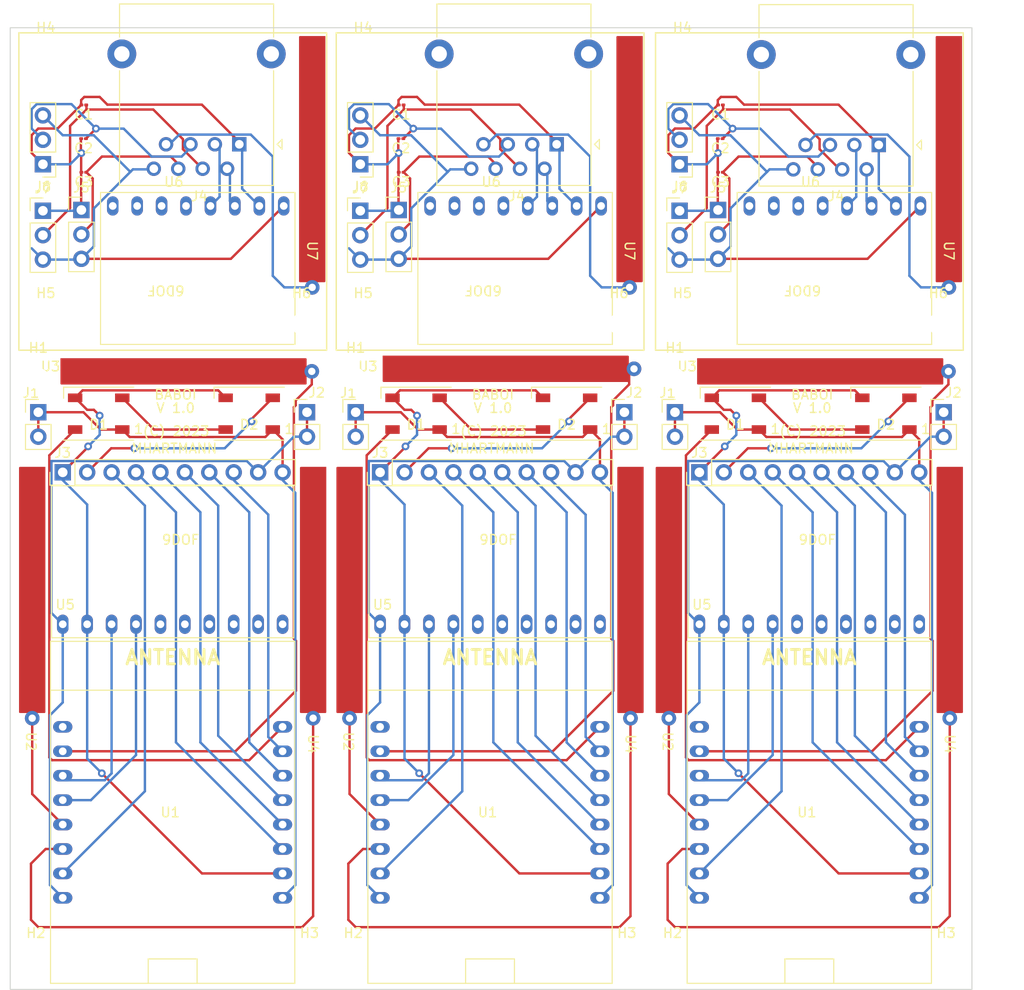
<source format=kicad_pcb>
(kicad_pcb (version 20221018) (generator pcbnew)
  (layers (0 "F.Cu" signal) (31 "B.Cu" signal) (34 "B.Paste" user) (35 "F.Paste" user) (36 "B.SilkS" user "B.Silkscreen") (37 "F.SilkS" user "F.Silkscreen") (38 "B.Mask" user) (39 "F.Mask" user) (44 "Edge.Cuts" user))
  (net 0 "")
  (net 1 "/VBUS")
  (net 2 "Net-(D1-DOUT)")
  (net 3 "Net-(D1-DIN)")
  (net 4 "Net-(J2-Pin_1)")
  (net 5 "GND1")
  (net 6 "Net-(J3-Pin_3)")
  (net 7 "Net-(J3-Pin_4)")
  (net 8 "Net-(J3-Pin_5)")
  (net 9 "Net-(J3-Pin_6)")
  (net 10 "Net-(J3-Pin_7)")
  (net 11 "Net-(J3-Pin_8)")
  (net 13 "Net-(U1-3)")
  (net 14 "Net-(U1-5)")
  (net 15 "Net-(U1-7)")
  (net 16 "Net-(U1-9)")
  (net 17 "Net-(U1-11)")
  (net 24 "Net-(D2-DOUT)")
  (net 25 "Net-(J7-Pin_2)")
  (net 26 "Net-(J5-Pin_1)")
  (net 27 "Net-(J6-Pin_2)")
  (net 28 "Net-(J5-Pin_2)")
  (net 29 "Net-(U6-SCL)")
  (net 30 "Net-(U6-SDA)")
  (net 31 "Net-(U7-DOUT)")
  (net 32 "Net-(J5-Pin_3)")
  (footprint "Capacitor_SMD:C_01005_0402Metric" (layer "F.Cu") (at 163.825 36.534 180)
    (fp_text reference "C2")
    (fp_text value "100nF")
  )
  (footprint "MountingHole:MountingHole_2.2mm_M2" (layer "F.Cu") (at 92.666 122.336)
    (fp_text reference "H2")
    (fp_text value "MountingHole" hide)
  )
  (footprint "midi_arm:TOUCH_BAR" (layer "F.Cu") (at 125.285 104.4175 -90)
    (fp_text reference "U2")
    (fp_text value "~")
  )
  (footprint "Connector_PinHeader_2.54mm:PinHeader_1x02_P2.54mm_Vertical" (layer "F.Cu") (at 120.86 64.984)
    (fp_text reference "J2")
    (fp_text value "Conn_01x02_Pin" hide)
  )
  (footprint "Connector_PinHeader_2.54mm:PinHeader_1x02_P2.54mm_Vertical" (layer "F.Cu") (at 187.06 64.984)
    (fp_text reference "J2")
    (fp_text value "Conn_01x02_Pin" hide)
  )
  (footprint "LED_SMD:LED_WS2812B_PLCC4_5.0x5.0mm_P3.2mm" (layer "F.Cu") (at 165.4 65.134 180)
    (fp_text reference "D1")
    (fp_text value "WS2812B")
  )
  (footprint "MountingHole:MountingHole_2.2mm_M2" (layer "F.Cu") (at 159.9 55.8)
    (fp_text reference "H5")
    (fp_text value "MountingHole" hide)
  )
  (footprint "Capacitor_SMD:C_01005_0402Metric" (layer "F.Cu") (at 163.85 33.034 180)
    (fp_text reference "C1")
    (fp_text value "100nF")
  )
  (footprint "MountingHole:MountingHole_2.2mm_M2" (layer "F.Cu") (at 120.3 55.8)
    (fp_text reference "H6")
    (fp_text value "MountingHole" hide)
  )
  (footprint "midi_arm:TOUCH_BAR" (layer "F.Cu") (at 162.4815 60.469)
    (fp_text reference "U3")
    (fp_text value "~")
  )
  (footprint "Connector_PinHeader_2.54mm:PinHeader_1x03_P2.54mm_Vertical" (layer "F.Cu") (at 126.4 44.034)
    (fp_text reference "J7")
    (fp_text value "Conn_01x03_Pin" hide)
  )
  (footprint "Connector_RJ:RJ45_Ninigi_GE" (layer "F.Cu") (at 113.82 37.124 180)
    (fp_text reference "J4")
    (fp_text value "RJ45" hide)
  )
  (footprint "midi_arm:9250_MOD" (layer "F.Cu") (at 106.89 87.03)
    (fp_text reference "U5")
    (fp_text value "~")
  )
  (footprint "midi_arm:TOUCH_BAR" (layer "F.Cu") (at 128.9765 60.734)
    (fp_text reference "U3")
    (fp_text value "~")
  )
  (footprint "Connector_PinHeader_2.54mm:PinHeader_1x02_P2.54mm_Vertical" (layer "F.Cu") (at 159.12 64.984)
    (fp_text reference "J1")
    (fp_text value "Conn_01x02_Pin" hide)
  )
  (footprint "Connector_PinHeader_2.54mm:PinHeader_1x03_P2.54mm_Vertical" (layer "F.Cu") (at 93.4 39.2 180)
    (fp_text reference "J6")
    (fp_text value "Conn_01x03_Pin" hide)
  )
  (footprint "Capacitor_SMD:C_01005_0402Metric" (layer "F.Cu") (at 163.85 40.034 180)
    (fp_text reference "C3")
    (fp_text value "100nF")
  )
  (footprint "Capacitor_SMD:C_01005_0402Metric" (layer "F.Cu") (at 130.625 36.534 180)
    (fp_text reference "C2")
    (fp_text value "100nF")
  )
  (footprint "Connector_RJ:RJ45_Ninigi_GE" (layer "F.Cu") (at 146.82 37.124 180)
    (fp_text reference "J4")
    (fp_text value "RJ45" hide)
  )
  (footprint "MountingHole:MountingHole_2.2mm_M2" (layer "F.Cu") (at 125.92 61.484)
    (fp_text reference "H1")
    (fp_text value "MountingHole" hide)
  )
  (footprint "MountingHole:MountingHole_2.2mm_M2" (layer "F.Cu") (at 126.7 28.2)
    (fp_text reference "H4")
    (fp_text value "MountingHole" hide)
  )
  (footprint "MountingHole:MountingHole_2.2mm_M2" (layer "F.Cu") (at 93.7 55.8)
    (fp_text reference "H5")
    (fp_text value "MountingHole" hide)
  )
  (footprint "LED_SMD:LED_WS2812B_PLCC4_5.0x5.0mm_P3.2mm" (layer "F.Cu") (at 114.85 65.134 180)
    (fp_text reference "D2")
    (fp_text value "WS2812B")
  )
  (footprint "LED_SMD:LED_WS2812B_PLCC4_5.0x5.0mm_P3.2mm" (layer "F.Cu") (at 132.2 65.134 180)
    (fp_text reference "D1")
    (fp_text value "WS2812B")
  )
  (footprint "MountingHole:MountingHole_2.2mm_M2" (layer "F.Cu") (at 93.7 28.2)
    (fp_text reference "H4")
    (fp_text value "MountingHole" hide)
  )
  (footprint "midi_arm:Wemos_S3_Mini_Outer_Pins" (layer "F.Cu") (at 139.89 106.588 -90)
    (fp_text reference "U1")
    (fp_text value "~")
  )
  (footprint "Connector_PinHeader_2.54mm:PinHeader_1x03_P2.54mm_Vertical" (layer "F.Cu") (at 97.4 43.954)
    (fp_text reference "J5")
    (fp_text value "Conn_01x03_Pin" hide)
  )
  (footprint "MountingHole:MountingHole_2.2mm_M2" (layer "F.Cu") (at 126.7 55.8)
    (fp_text reference "H5")
    (fp_text value "MountingHole" hide)
  )
  (footprint "Connector_PinHeader_2.54mm:PinHeader_1x03_P2.54mm_Vertical" (layer "F.Cu") (at 163.6 43.954)
    (fp_text reference "J5")
    (fp_text value "Conn_01x03_Pin" hide)
  )
  (footprint "midi_arm:TOUCH_BAR" (layer "F.Cu") (at 92.285 104.4175 -90)
    (fp_text reference "U2")
    (fp_text value "~")
  )
  (footprint "midi_arm:TOUCH_BAR" (layer "F.Cu") (at 187.695 104.4175 -90)
    (fp_text reference "U4")
    (fp_text value "~")
  )
  (footprint "midi_arm:9250_MOD" (layer "F.Cu") (at 173.09 87.03)
    (fp_text reference "U5")
    (fp_text value "~")
  )
  (footprint "midi_arm:TOUCH_BAR" (layer "F.Cu") (at 121.4 59.62 -90)
    (fp_text reference "U7")
    (fp_text value "~")
  )
  (footprint "Connector_RJ:RJ45_Ninigi_GE" (layer "F.Cu") (at 180.315 37.189 180)
    (fp_text reference "J4")
    (fp_text value "RJ45" hide)
  )
  (footprint "midi_arm:TOUCH_BAR" (layer "F.Cu") (at 187.6 59.62 -90)
    (fp_text reference "U7")
    (fp_text value "~")
  )
  (footprint "midi_arm:TOUCH_BAR" (layer "F.Cu") (at 121.495 104.4175 -90)
    (fp_text reference "U4")
    (fp_text value "~")
  )
  (footprint "Connector_PinHeader_2.54mm:PinHeader_1x03_P2.54mm_Vertical" (layer "F.Cu") (at 126.4 39.2 180)
    (fp_text reference "J6")
    (fp_text value "Conn_01x03_Pin" hide)
  )
  (footprint "MountingHole:MountingHole_2.2mm_M2" (layer "F.Cu") (at 121.114 122.336)
    (fp_text reference "H3")
    (fp_text value "MountingHole" hide)
  )
  (footprint "LED_SMD:LED_WS2812B_PLCC4_5.0x5.0mm_P3.2mm" (layer "F.Cu") (at 181.05 65.134 180)
    (fp_text reference "D2")
    (fp_text value "WS2812B")
  )
  (footprint "Connector_PinHeader_2.54mm:PinHeader_1x03_P2.54mm_Vertical" (layer "F.Cu") (at 93.4 44.034)
    (fp_text reference "J7")
    (fp_text value "Conn_01x03_Pin" hide)
  )
  (footprint "Connector_PinHeader_2.54mm:PinHeader_1x02_P2.54mm_Vertical" (layer "F.Cu") (at 92.92 64.984)
    (fp_text reference "J1")
    (fp_text value "Conn_01x02_Pin" hide)
  )
  (footprint "Connector_PinHeader_2.54mm:PinHeader_1x03_P2.54mm_Vertical" (layer "F.Cu") (at 159.6 44.034)
    (fp_text reference "J7")
    (fp_text value "Conn_01x03_Pin" hide)
  )
  (footprint "midi_arm:TOUCH_BAR" (layer "F.Cu") (at 154.495 104.4175 -90)
    (fp_text reference "U4")
    (fp_text value "~")
  )
  (footprint "Capacitor_SMD:C_01005_0402Metric" (layer "F.Cu") (at 130.65 40.034 180)
    (fp_text reference "C3")
    (fp_text value "100nF")
  )
  (footprint "midi_arm:TOUCH_BAR" (layer "F.Cu") (at 154.4 59.62 -90)
    (fp_text reference "U7")
    (fp_text value "~")
  )
  (footprint "LED_SMD:LED_WS2812B_PLCC4_5.0x5.0mm_P3.2mm" (layer "F.Cu") (at 147.85 65.134 180)
    (fp_text reference "D2")
    (fp_text value "WS2812B")
  )
  (footprint "midi_arm:TOUCH_BAR" (layer "F.Cu") (at 158.485 104.4175 -90)
    (fp_text reference "U2")
    (fp_text value "~")
  )
  (footprint "MountingHole:MountingHole_2.2mm_M2" (layer "F.Cu") (at 125.666 122.336)
    (fp_text reference "H2")
    (fp_text value "MountingHole" hide)
  )
  (footprint "MountingHole:MountingHole_2.2mm_M2" (layer "F.Cu") (at 159.9 28.2)
    (fp_text reference "H4")
    (fp_text value "MountingHole" hide)
  )
  (footprint "midi_arm:6050_MOD" (layer "F.Cu") (at 107.01 43.534 180)
    (fp_text reference "U6")
    (fp_text value "6DOF_6050")
  )
  (footprint "midi_arm:Wemos_S3_Mini_Outer_Pins" (layer "F.Cu") (at 173.09 106.588 -90)
    (fp_text reference "U1")
    (fp_text value "~")
  )
  (footprint "Capacitor_SMD:C_01005_0402Metric" (layer "F.Cu") (at 97.65 40.034 180)
    (fp_text reference "C3")
    (fp_text value "100nF")
  )
  (footprint "Capacitor_SMD:C_01005_0402Metric" (layer "F.Cu") (at 97.625 36.534 180)
    (fp_text reference "C2")
    (fp_text value "100nF")
  )
  (footprint "midi_arm:6050_MOD" (layer "F.Cu") (at 173.21 43.534 180)
    (fp_text reference "U6")
    (fp_text value "6DOF_6050")
  )
  (footprint "MountingHole:MountingHole_2.2mm_M2" (layer "F.Cu") (at 187.314 122.336)
    (fp_text reference "H3")
    (fp_text value "MountingHole" hide)
  )
  (footprint "midi_arm:6050_MOD" (layer "F.Cu") (at 140.01 43.534 180)
    (fp_text reference "U6")
    (fp_text value "6DOF_6050")
  )
  (footprint "MountingHole:MountingHole_2.2mm_M2" (layer "F.Cu") (at 92.92 61.484)
    (fp_text reference "H1")
    (fp_text value "MountingHole" hide)
  )
  (footprint "Connector_PinHeader_2.54mm:PinHeader_1x10_P2.54mm_Vertical" (layer "F.Cu") (at 95.46 71.234 90)
    (fp_text reference "J3")
    (fp_text value "Conn_01x10_Pin")
  )
  (footprint "MountingHole:MountingHole_2.2mm_M2" (layer "F.Cu") (at 153.3 55.8)
    (fp_text reference "H6")
    (fp_text value "MountingHole" hide)
  )
  (footprint "Connector_PinHeader_2.54mm:PinHeader_1x02_P2.54mm_Vertical" (layer "F.Cu") (at 125.92 64.984)
    (fp_text reference "J1")
    (fp_text value "Conn_01x02_Pin" hide)
  )
  (footprint "midi_arm:9250_MOD" (layer "F.Cu") (at 139.89 87.03)
    (fp_text reference "U5")
    (fp_text value "~")
  )
  (footprint "Connector_PinHeader_2.54mm:PinHeader_1x02_P2.54mm_Vertical" (layer "F.Cu") (at 153.86 64.984)
    (fp_text reference "J2")
    (fp_text value "Conn_01x02_Pin" hide)
  )
  (footprint "Capacitor_SMD:C_01005_0402Metric" (layer "F.Cu") (at 130.65 33.034 180)
    (fp_text reference "C1")
    (fp_text value "100nF")
  )
  (footprint "Capacitor_SMD:C_01005_0402Metric" (layer "F.Cu") (at 97.65 33.034 180)
    (fp_text reference "C1")
    (fp_text value "100nF")
  )
  (footprint "Connector_PinHeader_2.54mm:PinHeader_1x03_P2.54mm_Vertical" (layer "F.Cu") (at 130.4 43.954)
    (fp_text reference "J5")
    (fp_text value "Conn_01x03_Pin" hide)
  )
  (footprint "midi_arm:Wemos_S3_Mini_Outer_Pins" (layer "F.Cu") (at 106.89 106.588 -90)
    (fp_text reference "U1")
    (fp_text value "~")
  )
  (footprint "MountingHole:MountingHole_2.2mm_M2" (layer "F.Cu") (at 186.5 55.8)
    (fp_text reference "H6")
    (fp_text value "MountingHole" hide)
  )
  (footprint "MountingHole:MountingHole_2.2mm_M2" (layer "F.Cu") (at 154.114 122.336)
    (fp_text reference "H3")
    (fp_text value "MountingHole" hide)
  )
  (footprint "LED_SMD:LED_WS2812B_PLCC4_5.0x5.0mm_P3.2mm" (layer "F.Cu") (at 99.2 65.134 180)
    (fp_text reference "D1")
    (fp_text value "WS2812B")
  )
  (footprint "midi_arm:TOUCH_BAR" (layer "F.Cu") (at 195.1765 60.734)
    (fp_text reference "U3")
    (fp_text value "~")
  )
  (footprint "MountingHole:MountingHole_2.2mm_M2" (layer "F.Cu") (at 159.12 61.484)
    (fp_text reference "H1")
    (fp_text value "MountingHole" hide)
  )
  (footprint "Connector_PinHeader_2.54mm:PinHeader_1x10_P2.54mm_Vertical" (layer "F.Cu") (at 161.66 71.234 90)
    (fp_text reference "J3")
    (fp_text value "Conn_01x10_Pin")
  )
  (footprint "MountingHole:MountingHole_2.2mm_M2" (layer "F.Cu") (at 158.866 122.336)
    (fp_text reference "H2")
    (fp_text value "MountingHole" hide)
  )
  (footprint "Connector_PinHeader_2.54mm:PinHeader_1x10_P2.54mm_Vertical" (layer "F.Cu") (at 128.46 71.234 90)
    (fp_text reference "J3")
    (fp_text value "Conn_01x10_Pin")
  )
  (footprint "Connector_PinHeader_2.54mm:PinHeader_1x03_P2.54mm_Vertical" (layer "F.Cu") (at 159.6 39.2 180)
    (fp_text reference "J6")
    (fp_text value "Conn_01x03_Pin" hide)
  )
  (gr_rect (start 90.9 25.534) (end 122.9 58.534) (stroke (width 0.15)) (fill none) (layer "F.SilkS"))
  (gr_rect (start 157.1 25.534) (end 189.1 58.534) (stroke (width 0.15)) (fill none) (layer "F.SilkS"))
  (gr_rect (start 123.9 25.534) (end 155.9 58.534) (stroke (width 0.15)) (fill none) (layer "F.SilkS"))
  (gr_rect (start 90 25) (end 190 125) (stroke (width 0.1)) (fill none) (layer "Edge.Cuts"))
  (gr_text "V 1.0" (at 105.1 65.134) (layer "F.SilkS") (effects (font (size 1 1)) (justify left bottom)))
  (gr_text "MHARTMANN" (at 135.5 69.334) (layer "F.SilkS") (effects (font (size 1 1)) (justify left bottom)))
  (gr_text "(C) 2023" (at 136.7 67.534) (layer "F.SilkS") (effects (font (size 1 1)) (justify left bottom)))
  (gr_text "BABOI" (at 104.9 63.734) (layer "F.SilkS") (effects (font (size 1 1)) (justify left bottom)))
  (gr_text "MHARTMANN" (at 168.7 69.334) (layer "F.SilkS") (effects (font (size 1 1)) (justify left bottom)))
  (gr_text "V 1.0" (at 171.3 65.134) (layer "F.SilkS") (effects (font (size 1 1)) (justify left bottom)))
  (gr_text "BABOI" (at 171.1 63.734) (layer "F.SilkS") (effects (font (size 1 1)) (justify left bottom)))
  (gr_text "V 1.0" (at 138.1 65.134) (layer "F.SilkS") (effects (font (size 1 1)) (justify left bottom)))
  (gr_text "(C) 2023" (at 169.9 67.534) (layer "F.SilkS") (effects (font (size 1 1)) (justify left bottom)))
  (gr_text "MHARTMANN" (at 102.5 69.334) (layer "F.SilkS") (effects (font (size 1 1)) (justify left bottom)))
  (gr_text "BABOI" (at 137.9 63.734) (layer "F.SilkS") (effects (font (size 1 1)) (justify left bottom)))
  (gr_text "(C) 2023" (at 103.7 67.534) (layer "F.SilkS") (effects (font (size 1 1)) (justify left bottom)))
  (segment (start 97.613604 64.984) (end 92.92 64.984) (width 0.25) (layer "F.Cu") (net 1))
  (segment (start 116.525 67.559) (end 117.3 66.784) (width 0.25) (layer "F.Cu") (net 1))
  (segment (start 184.52 67.804) (end 183.5 66.784) (width 0.25) (layer "F.Cu") (net 1))
  (segment (start 118.32 71.234) (end 118.32 67.804) (width 0.25) (layer "F.Cu") (net 1))
  (segment (start 167.85 66.784) (end 167.95 66.884) (width 0.25) (layer "F.Cu") (net 1))
  (segment (start 118.32 67.804) (end 117.3 66.784) (width 0.25) (layer "F.Cu") (net 1))
  (segment (start 159.12 65.44) (end 159.12 67.534) (width 0.25) (layer "F.Cu") (net 1))
  (segment (start 151.32 71.234) (end 151.32 67.804) (width 0.25) (layer "F.Cu") (net 1))
  (segment (start 182.725 67.559) (end 183.5 66.784) (width 0.25) (layer "F.Cu") (net 1))
  (segment (start 125.92 67.534) (end 125.92 67.98) (width 0.25) (layer "F.Cu") (net 1))
  (segment (start 132.413604 66.784) (end 130.613604 64.984) (width 0.25) (layer "F.Cu") (net 1))
  (segment (start 159.12 67.534) (end 159.12 67.98) (width 0.25) (layer "F.Cu") (net 1))
  (segment (start 134.65 66.784) (end 134.75 66.884) (width 0.25) (layer "F.Cu") (net 1))
  (segment (start 151.32 67.804) (end 150.3 66.784) (width 0.25) (layer "F.Cu") (net 1))
  (segment (start 99.413604 66.784) (end 97.613604 64.984) (width 0.25) (layer "F.Cu") (net 1))
  (segment (start 168.625 67.559) (end 182.725 67.559) (width 0.25) (layer "F.Cu") (net 1))
  (segment (start 134.65 66.784) (end 135.425 67.559) (width 0.25) (layer "F.Cu") (net 1))
  (segment (start 130.613604 64.984) (end 125.92 64.984) (width 0.25) (layer "F.Cu") (net 1))
  (segment (start 101.65 66.784) (end 101.75 66.884) (width 0.25) (layer "F.Cu") (net 1))
  (segment (start 101.65 66.784) (end 99.413604 66.784) (width 0.25) (layer "F.Cu") (net 1))
  (segment (start 135.425 67.559) (end 149.525 67.559) (width 0.25) (layer "F.Cu") (net 1))
  (segment (start 165.613604 66.784) (end 163.813604 64.984) (width 0.25) (layer "F.Cu") (net 1))
  (segment (start 167.85 66.784) (end 168.625 67.559) (width 0.25) (layer "F.Cu") (net 1))
  (segment (start 149.525 67.559) (end 150.3 66.784) (width 0.25) (layer "F.Cu") (net 1))
  (segment (start 167.85 66.784) (end 165.613604 66.784) (width 0.25) (layer "F.Cu") (net 1))
  (segment (start 92.92 67.524) (end 92.92 67.534) (width 0.25) (layer "F.Cu") (net 1))
  (segment (start 159.12 67.524) (end 159.12 67.534) (width 0.25) (layer "F.Cu") (net 1))
  (segment (start 125.92 67.524) (end 125.92 67.534) (width 0.25) (layer "F.Cu") (net 1))
  (segment (start 92.92 65.44) (end 92.92 67.534) (width 0.25) (layer "F.Cu") (net 1))
  (segment (start 184.52 71.234) (end 184.52 67.804) (width 0.25) (layer "F.Cu") (net 1))
  (segment (start 163.813604 64.984) (end 159.12 64.984) (width 0.25) (layer "F.Cu") (net 1))
  (segment (start 134.65 66.784) (end 132.413604 66.784) (width 0.25) (layer "F.Cu") (net 1))
  (segment (start 92.92 67.534) (end 92.92 67.98) (width 0.25) (layer "F.Cu") (net 1))
  (segment (start 125.92 65.44) (end 125.92 67.534) (width 0.25) (layer "F.Cu") (net 1))
  (segment (start 101.65 66.784) (end 102.425 67.559) (width 0.25) (layer "F.Cu") (net 1))
  (segment (start 102.425 67.559) (end 116.525 67.559) (width 0.25) (layer "F.Cu") (net 1))
  (segment (start 185.845 114.153) (end 184.52 115.478) (width 0.25) (layer "B.Cu") (net 1))
  (segment (start 151.32 72.044) (end 152.645 73.369) (width 0.25) (layer "B.Cu") (net 1))
  (segment (start 119.645 114.153) (end 118.32 115.478) (width 0.25) (layer "B.Cu") (net 1))
  (segment (start 184.52 72.044) (end 185.845 73.369) (width 0.25) (layer "B.Cu") (net 1))
  (segment (start 152.645 114.153) (end 151.32 115.478) (width 0.25) (layer "B.Cu") (net 1))
  (segment (start 119.645 73.369) (end 119.645 114.153) (width 0.25) (layer "B.Cu") (net 1))
  (segment (start 118.32 72.044) (end 119.645 73.369) (width 0.25) (layer "B.Cu") (net 1))
  (segment (start 185.845 73.369) (end 185.845 114.153) (width 0.25) (layer "B.Cu") (net 1))
  (segment (start 152.645 73.369) (end 152.645 114.153) (width 0.25) (layer "B.Cu") (net 1))
  (segment (start 171.15 66.784) (end 178.6 66.784) (width 0.25) (layer "F.Cu") (net 2))
  (segment (start 167.85 63.484) (end 171.15 66.784) (width 0.25) (layer "F.Cu") (net 2))
  (segment (start 134.65 63.484) (end 137.95 66.784) (width 0.25) (layer "F.Cu") (net 2))
  (segment (start 101.65 63.484) (end 104.95 66.784) (width 0.25) (layer "F.Cu") (net 2))
  (segment (start 104.95 66.784) (end 112.4 66.784) (width 0.25) (layer "F.Cu") (net 2))
  (segment (start 137.95 66.784) (end 145.4 66.784) (width 0.25) (layer "F.Cu") (net 2))
  (segment (start 160.265 69.469) (end 162.95 66.784) (width 0.25) (layer "F.Cu") (net 3))
  (segment (start 127.065 69.469) (end 129.75 66.784) (width 0.25) (layer "F.Cu") (net 3))
  (segment (start 147.855 101.163) (end 127.353 101.163) (width 0.25) (layer "F.Cu") (net 3))
  (segment (start 127.353 101.163) (end 127.065 100.875) (width 0.25) (layer "F.Cu") (net 3))
  (segment (start 127.065 100.875) (end 127.065 69.469) (width 0.25) (layer "F.Cu") (net 3))
  (segment (start 151.32 97.698) (end 147.855 101.163) (width 0.25) (layer "F.Cu") (net 3))
  (segment (start 94.353 101.163) (end 94.065 100.875) (width 0.25) (layer "F.Cu") (net 3))
  (segment (start 184.52 97.698) (end 181.055 101.163) (width 0.25) (layer "F.Cu") (net 3))
  (segment (start 181.055 101.163) (end 160.553 101.163) (width 0.25) (layer "F.Cu") (net 3))
  (segment (start 114.855 101.163) (end 94.353 101.163) (width 0.25) (layer "F.Cu") (net 3))
  (segment (start 160.265 100.875) (end 160.265 69.469) (width 0.25) (layer "F.Cu") (net 3))
  (segment (start 118.32 97.698) (end 114.855 101.163) (width 0.25) (layer "F.Cu") (net 3))
  (segment (start 160.553 101.163) (end 160.265 100.875) (width 0.25) (layer "F.Cu") (net 3))
  (segment (start 94.065 69.469) (end 96.75 66.784) (width 0.25) (layer "F.Cu") (net 3))
  (segment (start 94.065 100.875) (end 94.065 69.469) (width 0.25) (layer "F.Cu") (net 3))
  (segment (start 153.86 65.44) (end 153.86 67.98) (width 0.25) (layer "F.Cu") (net 4))
  (segment (start 187.06 65.44) (end 187.06 67.98) (width 0.25) (layer "F.Cu") (net 4))
  (segment (start 120.86 65.44) (end 120.86 67.98) (width 0.25) (layer "F.Cu") (net 4))
  (segment (start 153.86 67.524) (end 152.49 67.524) (width 0.25) (layer "B.Cu") (net 4))
  (segment (start 94.135 114.153) (end 95.46 115.478) (width 0.25) (layer "B.Cu") (net 4))
  (segment (start 127.285 70.059) (end 127.285 85.855) (width 0.25) (layer "B.Cu") (net 4))
  (segment (start 185.69 67.524) (end 181.98 71.234) (width 0.25) (layer "B.Cu") (net 4))
  (segment (start 161.66 95.159751) (end 160.335 96.484751) (width 0.25) (layer "B.Cu") (net 4))
  (segment (start 148.78 71.234) (end 147.605 70.059) (width 0.25) (layer "B.Cu") (net 4))
  (segment (start 94.285 85.855) (end 95.46 87.03) (width 0.25) (layer "B.Cu") (net 4))
  (segment (start 160.485 85.855) (end 161.66 87.03) (width 0.25) (layer "B.Cu") (net 4))
  (segment (start 160.335 114.153) (end 161.66 115.478) (width 0.25) (layer "B.Cu") (net 4))
  (segment (start 95.46 87.03) (end 95.46 95.159751) (width 0.25) (layer "B.Cu") (net 4))
  (segment (start 128.46 95.159751) (end 127.135 96.484751) (width 0.25) (layer "B.Cu") (net 4))
  (segment (start 160.485 70.059) (end 160.485 85.855) (width 0.25) (layer "B.Cu") (net 4))
  (segment (start 180.805 70.059) (end 160.485 70.059) (width 0.25) (layer "B.Cu") (net 4))
  (segment (start 152.49 67.524) (end 148.78 71.234) (width 0.25) (layer "B.Cu") (net 4))
  (segment (start 127.135 114.153) (end 128.46 115.478) (width 0.25) (layer "B.Cu") (net 4))
  (segment (start 120.86 67.524) (end 119.49 67.524) (width 0.25) (layer "B.Cu") (net 4))
  (segment (start 94.135 96.484751) (end 94.135 114.153) (width 0.25) (layer "B.Cu") (net 4))
  (segment (start 128.46 87.03) (end 128.46 95.159751) (width 0.25) (layer "B.Cu") (net 4))
  (segment (start 181.98 71.234) (end 180.805 70.059) (width 0.25) (layer "B.Cu") (net 4))
  (segment (start 161.66 87.03) (end 161.66 95.159751) (width 0.25) (layer "B.Cu") (net 4))
  (segment (start 119.49 67.524) (end 115.78 71.234) (width 0.25) (layer "B.Cu") (net 4))
  (segment (start 147.605 70.059) (end 127.285 70.059) (width 0.25) (layer "B.Cu") (net 4))
  (segment (start 94.285 70.059) (end 94.285 85.855) (width 0.25) (layer "B.Cu") (net 4))
  (segment (start 127.135 96.484751) (end 127.135 114.153) (width 0.25) (layer "B.Cu") (net 4))
  (segment (start 127.285 85.855) (end 128.46 87.03) (width 0.25) (layer "B.Cu") (net 4))
  (segment (start 160.335 96.484751) (end 160.335 114.153) (width 0.25) (layer "B.Cu") (net 4))
  (segment (start 187.06 67.524) (end 185.69 67.524) (width 0.25) (layer "B.Cu") (net 4))
  (segment (start 115.78 71.234) (end 114.605 70.059) (width 0.25) (layer "B.Cu") (net 4))
  (segment (start 114.605 70.059) (end 94.285 70.059) (width 0.25) (layer "B.Cu") (net 4))
  (segment (start 95.46 95.159751) (end 94.135 96.484751) (width 0.25) (layer "B.Cu") (net 4))
  (segment (start 109.938 112.938) (end 118.32 112.938) (width 0.25) (layer "F.Cu") (net 5))
  (segment (start 98 64.734) (end 96.75 63.484) (width 0.25) (layer "F.Cu") (net 5))
  (segment (start 128.46 71.234) (end 131.1 68.594) (width 0.25) (layer "F.Cu") (net 5))
  (segment (start 130.525 62.709) (end 144.625 62.709) (width 0.25) (layer "F.Cu") (net 5))
  (segment (start 129.75 63.484) (end 130.525 62.709) (width 0.25) (layer "F.Cu") (net 5))
  (segment (start 164.2 64.734) (end 162.95 63.484) (width 0.25) (layer "F.Cu") (net 5))
  (segment (start 96.75 63.484) (end 97.525 62.709) (width 0.25) (layer "F.Cu") (net 5))
  (segment (start 164.9 64.734) (end 164.2 64.734) (width 0.25) (layer "F.Cu") (net 5))
  (segment (start 177.825 62.709) (end 178.6 63.484) (width 0.25) (layer "F.Cu") (net 5))
  (segment (start 131.1 68.594) (end 131.1 68.534) (width 0.25) (layer "F.Cu") (net 5))
  (segment (start 95.46 71.234) (end 98.1 68.594) (width 0.25) (layer "F.Cu") (net 5))
  (segment (start 161.66 71.234) (end 164.3 68.594) (width 0.25) (layer "F.Cu") (net 5))
  (segment (start 164.3 68.594) (end 164.3 68.534) (width 0.25) (layer "F.Cu") (net 5))
  (segment (start 176.138 112.938) (end 184.52 112.938) (width 0.25) (layer "F.Cu") (net 5))
  (segment (start 163.725 62.709) (end 177.825 62.709) (width 0.25) (layer "F.Cu") (net 5))
  (segment (start 131.7 64.734) (end 131 64.734) (width 0.25) (layer "F.Cu") (net 5))
  (segment (start 97.525 62.709) (end 111.625 62.709) (width 0.25) (layer "F.Cu") (net 5))
  (segment (start 165.724 102.524) (end 176.138 112.938) (width 0.25) (layer "F.Cu") (net 5))
  (segment (start 131 64.734) (end 129.75 63.484) (width 0.25) (layer "F.Cu") (net 5))
  (segment (start 98.1 68.594) (end 98.1 68.534) (width 0.25) (layer "F.Cu") (net 5))
  (segment (start 99.3 65.334) (end 98.7 64.734) (width 0.25) (layer "F.Cu") (net 5))
  (segment (start 165.5 65.334) (end 164.9 64.734) (width 0.25) (layer "F.Cu") (net 5))
  (segment (start 162.95 63.484) (end 163.725 62.709) (width 0.25) (layer "F.Cu") (net 5))
  (segment (start 98.7 64.734) (end 98 64.734) (width 0.25) (layer "F.Cu") (net 5))
  (segment (start 99.524 102.524) (end 109.938 112.938) (width 0.25) (layer "F.Cu") (net 5))
  (segment (start 132.3 65.334) (end 131.7 64.734) (width 0.25) (layer "F.Cu") (net 5))
  (segment (start 111.625 62.709) (end 112.4 63.484) (width 0.25) (layer "F.Cu") (net 5))
  (segment (start 144.625 62.709) (end 145.4 63.484) (width 0.25) (layer "F.Cu") (net 5))
  (segment (start 142.938 112.938) (end 151.32 112.938) (width 0.25) (layer "F.Cu") (net 5))
  (segment (start 132.524 102.524) (end 142.938 112.938) (width 0.25) (layer "F.Cu") (net 5))
  (via (at 98.1 68.534) (size 0.8) (drill 0.4) (layers "F.Cu" "B.Cu") (net 5))
  (via (at 132.524 102.524) (size 0.8) (drill 0.4) (layers "F.Cu" "B.Cu") (net 5))
  (via (at 165.724 102.524) (size 0.8) (drill 0.4) (layers "F.Cu" "B.Cu") (net 5))
  (via (at 99.524 102.524) (size 0.8) (drill 0.4) (layers "F.Cu" "B.Cu") (net 5))
  (via (at 99.3 65.334) (size 0.8) (drill 0.4) (layers "F.Cu" "B.Cu") (net 5))
  (via (at 164.3 68.534) (size 0.8) (drill 0.4) (layers "F.Cu" "B.Cu") (net 5))
  (via (at 131.1 68.534) (size 0.8) (drill 0.4) (layers "F.Cu" "B.Cu") (net 5))
  (via (at 132.3 65.334) (size 0.8) (drill 0.4) (layers "F.Cu" "B.Cu") (net 5))
  (via (at 165.5 65.334) (size 0.8) (drill 0.4) (layers "F.Cu" "B.Cu") (net 5))
  (segment (start 98.1 68.534) (end 99.3 67.334) (width 0.25) (layer "B.Cu") (net 5))
  (segment (start 98 87.03) (end 98 74.584) (width 0.25) (layer "B.Cu") (net 5))
  (segment (start 98 87.03) (end 98 101) (width 0.25) (layer "B.Cu") (net 5))
  (segment (start 164.2 87.03) (end 164.2 74.584) (width 0.25) (layer "B.Cu") (net 5))
  (segment (start 128.46 71.234) (end 128.46 72.044) (width 0.25) (layer "B.Cu") (net 5))
  (segment (start 132.3 67.334) (end 132.3 65.334) (width 0.25) (layer "B.Cu") (net 5))
  (segment (start 95.46 71.234) (end 95.46 72.044) (width 0.25) (layer "B.Cu") (net 5))
  (segment (start 161.66 72.044) (end 164.2 74.584) (width 0.25) (layer "B.Cu") (net 5))
  (segment (start 165.5 67.334) (end 165.5 65.334) (width 0.25) (layer "B.Cu") (net 5))
  (segment (start 164.2 87.03) (end 164.2 101) (width 0.25) (layer "B.Cu") (net 5))
  (segment (start 131.1 68.534) (end 132.3 67.334) (width 0.25) (layer "B.Cu") (net 5))
  (segment (start 95.46 72.044) (end 98 74.584) (width 0.25) (layer "B.Cu") (net 5))
  (segment (start 164.3 68.534) (end 165.5 67.334) (width 0.25) (layer "B.Cu") (net 5))
  (segment (start 131 87.03) (end 131 74.584) (width 0.25) (layer "B.Cu") (net 5))
  (segment (start 98 101) (end 99.524 102.524) (width 0.25) (layer "B.Cu") (net 5))
  (segment (start 164.2 101) (end 165.724 102.524) (width 0.25) (layer "B.Cu") (net 5))
  (segment (start 99.3 67.334) (end 99.3 65.334) (width 0.25) (layer "B.Cu") (net 5))
  (segment (start 131 101) (end 132.524 102.524) (width 0.25) (layer "B.Cu") (net 5))
  (segment (start 128.46 72.044) (end 131 74.584) (width 0.25) (layer "B.Cu") (net 5))
  (segment (start 161.66 71.234) (end 161.66 72.044) (width 0.25) (layer "B.Cu") (net 5))
  (segment (start 131 87.03) (end 131 101) (width 0.25) (layer "B.Cu") (net 5))
  (segment (start 133.54 71.234) (end 137.005 74.699) (width 0.25) (layer "B.Cu") (net 6))
  (segment (start 170.205 74.699) (end 170.205 104.393) (width 0.25) (layer "B.Cu") (net 6))
  (segment (start 104.005 104.393) (end 95.46 112.938) (width 0.25) (layer "B.Cu") (net 6))
  (segment (start 166.74 71.234) (end 170.205 74.699) (width 0.25) (layer "B.Cu") (net 6))
  (segment (start 100.54 71.234) (end 104.005 74.699) (width 0.25) (layer "B.Cu") (net 6))
  (segment (start 104.005 74.699) (end 104.005 104.393) (width 0.25) (layer "B.Cu") (net 6))
  (segment (start 137.005 74.699) (end 137.005 104.393) (width 0.25) (layer "B.Cu") (net 6))
  (segment (start 137.005 104.393) (end 128.46 112.938) (width 0.25) (layer "B.Cu") (net 6))
  (segment (start 170.205 104.393) (end 161.66 112.938) (width 0.25) (layer "B.Cu") (net 6))
  (segment (start 169.28 71.234) (end 173.435 75.389) (width 0.25) (layer "B.Cu") (net 7))
  (segment (start 107.235 99.313) (end 118.32 110.398) (width 0.25) (layer "B.Cu") (net 7))
  (segment (start 140.235 99.313) (end 151.32 110.398) (width 0.25) (layer "B.Cu") (net 7))
  (segment (start 140.235 75.389) (end 140.235 99.313) (width 0.25) (layer "B.Cu") (net 7))
  (segment (start 136.08 71.234) (end 140.235 75.389) (width 0.25) (layer "B.Cu") (net 7))
  (segment (start 173.435 99.313) (end 184.52 110.398) (width 0.25) (layer "B.Cu") (net 7))
  (segment (start 103.08 71.234) (end 107.235 75.389) (width 0.25) (layer "B.Cu") (net 7))
  (segment (start 173.435 75.389) (end 173.435 99.313) (width 0.25) (layer "B.Cu") (net 7))
  (segment (start 107.235 75.389) (end 107.235 99.313) (width 0.25) (layer "B.Cu") (net 7))
  (segment (start 142.775 99.313) (end 151.32 107.858) (width 0.25) (layer "B.Cu") (net 8))
  (segment (start 109.775 99.313) (end 118.32 107.858) (width 0.25) (layer "B.Cu") (net 8))
  (segment (start 171.82 71.234) (end 175.975 75.389) (width 0.25) (layer "B.Cu") (net 8))
  (segment (start 142.775 75.389) (end 142.775 99.313) (width 0.25) (layer "B.Cu") (net 8))
  (segment (start 105.62 71.234) (end 109.775 75.389) (width 0.25) (layer "B.Cu") (net 8))
  (segment (start 109.775 75.389) (end 109.775 99.313) (width 0.25) (layer "B.Cu") (net 8))
  (segment (start 175.975 99.313) (end 184.52 107.858) (width 0.25) (layer "B.Cu") (net 8))
  (segment (start 175.975 75.389) (end 175.975 99.313) (width 0.25) (layer "B.Cu") (net 8))
  (segment (start 138.62 71.234) (end 142.775 75.389) (width 0.25) (layer "B.Cu") (net 8))
  (segment (start 174.36 71.234) (end 177.825 74.699) (width 0.25) (layer "B.Cu") (net 9))
  (segment (start 111.625 98.623) (end 118.32 105.318) (width 0.25) (layer "B.Cu") (net 9))
  (segment (start 177.825 98.623) (end 184.52 105.318) (width 0.25) (layer "B.Cu") (net 9))
  (segment (start 144.625 98.623) (end 151.32 105.318) (width 0.25) (layer "B.Cu") (net 9))
  (segment (start 108.16 71.234) (end 111.625 74.699) (width 0.25) (layer "B.Cu") (net 9))
  (segment (start 144.625 74.699) (end 144.625 98.623) (width 0.25) (layer "B.Cu") (net 9))
  (segment (start 177.825 74.699) (end 177.825 98.623) (width 0.25) (layer "B.Cu") (net 9))
  (segment (start 111.625 74.699) (end 111.625 98.623) (width 0.25) (layer "B.Cu") (net 9))
  (segment (start 141.16 71.234) (end 144.625 74.699) (width 0.25) (layer "B.Cu") (net 9))
  (segment (start 176.9 71.234) (end 181.055 75.389) (width 0.25) (layer "B.Cu") (net 10))
  (segment (start 181.055 75.389) (end 181.055 99.313) (width 0.25) (layer "B.Cu") (net 10))
  (segment (start 143.7 71.234) (end 147.855 75.389) (width 0.25) (layer "B.Cu") (net 10))
  (segment (start 110.7 71.234) (end 114.855 75.389) (width 0.25) (layer "B.Cu") (net 10))
  (segment (start 147.855 75.389) (end 147.855 99.313) (width 0.25) (layer "B.Cu") (net 10))
  (segment (start 114.855 99.313) (end 118.32 102.778) (width 0.25) (layer "B.Cu") (net 10))
  (segment (start 181.055 99.313) (end 184.52 102.778) (width 0.25) (layer "B.Cu") (net 10))
  (segment (start 114.855 75.389) (end 114.855 99.313) (width 0.25) (layer "B.Cu") (net 10))
  (segment (start 147.855 99.313) (end 151.32 102.778) (width 0.25) (layer "B.Cu") (net 10))
  (segment (start 179.44 72.044) (end 183.033 75.637) (width 0.25) (layer "B.Cu") (net 11))
  (segment (start 149.833 98.751) (end 151.32 100.238) (width 0.25) (layer "B.Cu") (net 11))
  (segment (start 146.24 72.044) (end 149.833 75.637) (width 0.25) (layer "B.Cu") (net 11))
  (segment (start 149.833 75.637) (end 149.833 98.751) (width 0.25) (layer "B.Cu") (net 11))
  (segment (start 183.033 98.751) (end 184.52 100.238) (width 0.25) (layer "B.Cu") (net 11))
  (segment (start 183.033 75.637) (end 183.033 98.751) (width 0.25) (layer "B.Cu") (net 11))
  (segment (start 116.833 98.751) (end 118.32 100.238) (width 0.25) (layer "B.Cu") (net 11))
  (segment (start 116.833 75.637) (end 116.833 98.751) (width 0.25) (layer "B.Cu") (net 11))
  (segment (start 113.24 72.044) (end 116.833 75.637) (width 0.25) (layer "B.Cu") (net 11))
  (segment (start 185.695 88.536222) (end 185.915 88.756222) (width 0.25) (layer "F.Cu") (net 13))
  (segment (start 121.3565 60.734) (end 121.3565 62.091) (width 0.25) (layer "F.Cu") (net 13))
  (segment (start 185.885 64.265) (end 185.695 64.455) (width 0.25) (layer "F.Cu") (net 13))
  (segment (start 179.616778 100.238) (end 161.66 100.238) (width 0.25) (layer "F.Cu") (net 13))
  (segment (start 152.495 88.536222) (end 152.715 88.756222) (width 0.25) (layer "F.Cu") (net 13))
  (segment (start 119.715 93.939778) (end 113.416778 100.238) (width 0.25) (layer "F.Cu") (net 13))
  (segment (start 119.685 63.7625) (end 119.685 64.265) (width 0.25) (layer "F.Cu") (net 13))
  (segment (start 185.695 64.455) (end 185.695 88.536222) (width 0.25) (layer "F.Cu") (net 13))
  (segment (start 187.5565 62.091) (end 185.885 63.7625) (width 0.25) (layer "F.Cu") (net 13))
  (segment (start 152.715 88.756222) (end 152.715 93.939778) (width 0.25) (layer "F.Cu") (net 13))
  (segment (start 154.3565 60.734) (end 154.3565 62.091) (width 0.25) (layer "F.Cu") (net 13))
  (segment (start 119.715 88.756222) (end 119.715 93.939778) (width 0.25) (layer "F.Cu") (net 13))
  (segment (start 119.495 88.536222) (end 119.715 88.756222) (width 0.25) (layer "F.Cu") (net 13))
  (segment (start 152.685 63.7625) (end 152.685 64.265) (width 0.25) (layer "F.Cu") (net 13))
  (segment (start 119.495 64.455) (end 119.495 88.536222) (width 0.25) (layer "F.Cu") (net 13))
  (segment (start 185.885 63.7625) (end 185.885 64.265) (width 0.25) (layer "F.Cu") (net 13))
  (segment (start 154.3565 62.091) (end 152.685 63.7625) (width 0.25) (layer "F.Cu") (net 13))
  (segment (start 185.915 93.939778) (end 179.616778 100.238) (width 0.25) (layer "F.Cu") (net 13))
  (segment (start 113.416778 100.238) (end 95.46 100.238) (width 0.25) (layer "F.Cu") (net 13))
  (segment (start 119.685 64.265) (end 119.495 64.455) (width 0.25) (layer "F.Cu") (net 13))
  (segment (start 152.715 93.939778) (end 146.416778 100.238) (width 0.25) (layer "F.Cu") (net 13))
  (segment (start 185.915 88.756222) (end 185.915 93.939778) (width 0.25) (layer "F.Cu") (net 13))
  (segment (start 121.3565 62.091) (end 119.685 63.7625) (width 0.25) (layer "F.Cu") (net 13))
  (segment (start 152.495 64.455) (end 152.495 88.536222) (width 0.25) (layer "F.Cu") (net 13))
  (segment (start 152.685 64.265) (end 152.495 64.455) (width 0.25) (layer "F.Cu") (net 13))
  (segment (start 146.416778 100.238) (end 128.46 100.238) (width 0.25) (layer "F.Cu") (net 13))
  (segment (start 187.5565 60.734) (end 187.5565 62.091) (width 0.25) (layer "F.Cu") (net 13))
  (segment (start 100.54 102.533305) (end 100.54 87.03) (width 0.25) (layer "B.Cu") (net 14))
  (segment (start 166.024305 103.249) (end 166.74 102.533305) (width 0.25) (layer "B.Cu") (net 14))
  (segment (start 133.54 102.533305) (end 133.54 87.03) (width 0.25) (layer "B.Cu") (net 14))
  (segment (start 128.46 102.778) (end 128.931 103.249) (width 0.25) (layer "B.Cu") (net 14))
  (segment (start 132.824305 103.249) (end 133.54 102.533305) (width 0.25) (layer "B.Cu") (net 14))
  (segment (start 166.74 102.533305) (end 166.74 87.03) (width 0.25) (layer "B.Cu") (net 14))
  (segment (start 128.931 103.249) (end 132.824305 103.249) (width 0.25) (layer "B.Cu") (net 14))
  (segment (start 99.824305 103.249) (end 100.54 102.533305) (width 0.25) (layer "B.Cu") (net 14))
  (segment (start 95.46 102.778) (end 95.931 103.249) (width 0.25) (layer "B.Cu") (net 14))
  (segment (start 95.931 103.249) (end 99.824305 103.249) (width 0.25) (layer "B.Cu") (net 14))
  (segment (start 161.66 102.778) (end 162.131 103.249) (width 0.25) (layer "B.Cu") (net 14))
  (segment (start 162.131 103.249) (end 166.024305 103.249) (width 0.25) (layer "B.Cu") (net 14))
  (segment (start 164.591701 105.318) (end 169.28 100.629701) (width 0.25) (layer "B.Cu") (net 15))
  (segment (start 161.66 105.318) (end 164.591701 105.318) (width 0.25) (layer "B.Cu") (net 15))
  (segment (start 169.28 100.629701) (end 169.28 87.03) (width 0.25) (layer "B.Cu") (net 15))
  (segment (start 131.391701 105.318) (end 136.08 100.629701) (width 0.25) (layer "B.Cu") (net 15))
  (segment (start 95.46 105.318) (end 98.391701 105.318) (width 0.25) (layer "B.Cu") (net 15))
  (segment (start 128.46 105.318) (end 131.391701 105.318) (width 0.25) (layer "B.Cu") (net 15))
  (segment (start 136.08 100.629701) (end 136.08 87.03) (width 0.25) (layer "B.Cu") (net 15))
  (segment (start 103.08 100.629701) (end 103.08 87.03) (width 0.25) (layer "B.Cu") (net 15))
  (segment (start 98.391701 105.318) (end 103.08 100.629701) (width 0.25) (layer "B.Cu") (net 15))
  (segment (start 125.285 96.7975) (end 125.285 104.683) (width 0.25) (layer "F.Cu") (net 16))
  (segment (start 92.285 104.683) (end 95.46 107.858) (width 0.25) (layer "F.Cu") (net 16))
  (segment (start 158.485 104.683) (end 161.66 107.858) (width 0.25) (layer "F.Cu") (net 16))
  (segment (start 158.485 96.7975) (end 158.485 104.683) (width 0.25) (layer "F.Cu") (net 16))
  (segment (start 92.285 96.7975) (end 92.285 104.683) (width 0.25) (layer "F.Cu") (net 16))
  (segment (start 125.285 104.683) (end 128.46 107.858) (width 0.25) (layer "F.Cu") (net 16))
  (segment (start 125.158 117.764) (end 125.158 111.922) (width 0.25) (layer "F.Cu") (net 17))
  (segment (start 159.12 118.526) (end 158.358 117.764) (width 0.25) (layer "F.Cu") (net 17))
  (segment (start 154.495 96.7975) (end 154.495 117.383) (width 0.25) (layer "F.Cu") (net 17))
  (segment (start 153.352 118.526) (end 125.92 118.526) (width 0.25) (layer "F.Cu") (net 17))
  (segment (start 161.66 110.398) (end 159.882 110.398) (width 0.25) (layer "F.Cu") (net 17))
  (segment (start 95.46 110.398) (end 93.682 110.398) (width 0.25) (layer "F.Cu") (net 17))
  (segment (start 158.358 117.764) (end 158.358 111.922) (width 0.25) (layer "F.Cu") (net 17))
  (segment (start 121.495 96.7975) (end 121.495 117.383) (width 0.25) (layer "F.Cu") (net 17))
  (segment (start 154.495 117.383) (end 153.352 118.526) (width 0.25) (layer "F.Cu") (net 17))
  (segment (start 186.552 118.526) (end 159.12 118.526) (width 0.25) (layer "F.Cu") (net 17))
  (segment (start 187.695 96.7975) (end 187.695 117.383) (width 0.25) (layer "F.Cu") (net 17))
  (segment (start 92.92 118.526) (end 92.158 117.764) (width 0.25) (layer "F.Cu") (net 17))
  (segment (start 128.46 110.398) (end 126.682 110.398) (width 0.25) (layer "F.Cu") (net 17))
  (segment (start 120.352 118.526) (end 92.92 118.526) (width 0.25) (layer "F.Cu") (net 17))
  (segment (start 187.695 117.383) (end 186.552 118.526) (width 0.25) (layer "F.Cu") (net 17))
  (segment (start 126.682 110.398) (end 125.158 111.922) (width 0.25) (layer "F.Cu") (net 17))
  (segment (start 125.92 118.526) (end 125.158 117.764) (width 0.25) (layer "F.Cu") (net 17))
  (segment (start 92.158 117.764) (end 92.158 111.922) (width 0.25) (layer "F.Cu") (net 17))
  (segment (start 159.882 110.398) (end 158.358 111.922) (width 0.25) (layer "F.Cu") (net 17))
  (segment (start 93.682 110.398) (end 92.158 111.922) (width 0.25) (layer "F.Cu") (net 17))
  (segment (start 121.495 117.383) (end 120.352 118.526) (width 0.25) (layer "F.Cu") (net 17))
  (segment (start 166.7 68.734) (end 164.2 71.234) (width 0.25) (layer "F.Cu") (net 24))
  (segment (start 116.075 64.709) (end 115.1 65.684) (width 0.25) (layer "F.Cu") (net 24))
  (segment (start 182.275 64.709) (end 181.3 65.684) (width 0.25) (layer "F.Cu") (net 24))
  (segment (start 100.5 68.734) (end 98 71.234) (width 0.25) (layer "F.Cu") (net 24))
  (segment (start 135.9 68.734) (end 133.5 68.734) (width 0.25) (layer "F.Cu") (net 24))
  (segment (start 102.9 68.734) (end 100.5 68.734) (width 0.25) (layer "F.Cu") (net 24))
  (segment (start 148.1 65.684) (end 148.1 65.934) (width 0.25) (layer "F.Cu") (net 24))
  (segment (start 133.5 68.734) (end 131 71.234) (width 0.25) (layer "F.Cu") (net 24))
  (segment (start 117.3 63.484) (end 116.075 64.709) (width 0.25) (layer "F.Cu") (net 24))
  (segment (start 150.3 63.484) (end 149.075 64.709) (width 0.25) (layer "F.Cu") (net 24))
  (segment (start 183.5 63.484) (end 182.275 64.709) (width 0.25) (layer "F.Cu") (net 24))
  (segment (start 149.075 64.709) (end 148.1 65.684) (width 0.25) (layer "F.Cu") (net 24))
  (segment (start 115.1 65.684) (end 115.1 65.934) (width 0.25) (layer "F.Cu") (net 24))
  (segment (start 181.3 65.684) (end 181.3 65.934) (width 0.25) (layer "F.Cu") (net 24))
  (segment (start 169.1 68.734) (end 166.7 68.734) (width 0.25) (layer "F.Cu") (net 24))
  (via (at 102.9 68.734) (size 0.8) (drill 0.4) (layers "F.Cu" "B.Cu") (net 24))
  (via (at 115.1 65.934) (size 0.8) (drill 0.4) (layers "F.Cu" "B.Cu") (net 24))
  (via (at 135.9 68.734) (size 0.8) (drill 0.4) (layers "F.Cu" "B.Cu") (net 24))
  (via (at 148.1 65.934) (size 0.8) (drill 0.4) (layers "F.Cu" "B.Cu") (net 24))
  (via (at 181.3 65.934) (size 0.8) (drill 0.4) (layers "F.Cu" "B.Cu") (net 24))
  (via (at 169.1 68.734) (size 0.8) (drill 0.4) (layers "F.Cu" "B.Cu") (net 24))
  (segment (start 148.1 65.934) (end 145.3 68.734) (width 0.25) (layer "B.Cu") (net 24))
  (segment (start 145.3 68.734) (end 135.9 68.734) (width 0.25) (layer "B.Cu") (net 24))
  (segment (start 115.1 65.934) (end 112.3 68.734) (width 0.25) (layer "B.Cu") (net 24))
  (segment (start 178.5 68.734) (end 169.1 68.734) (width 0.25) (layer "B.Cu") (net 24))
  (segment (start 112.3 68.734) (end 102.9 68.734) (width 0.25) (layer "B.Cu") (net 24))
  (segment (start 181.3 65.934) (end 178.5 68.734) (width 0.25) (layer "B.Cu") (net 24))
  (segment (start 107.96 37.63428) (end 107.96 36.594) (width 0.25) (layer "F.Cu") (net 25))
  (segment (start 137.875 33.509) (end 130.925 33.509) (width 0.25) (layer "F.Cu") (net 25))
  (segment (start 171.075 33.509) (end 164.125 33.509) (width 0.25) (layer "F.Cu") (net 25))
  (segment (start 97.925 33.509) (end 96.225 35.209) (width 0.25) (layer "F.Cu") (net 25))
  (segment (start 164.125 33.509) (end 164.125 33.034) (width 0.25) (layer "F.Cu") (net 25))
  (segment (start 104.875 33.509) (end 97.925 33.509) (width 0.25) (layer "F.Cu") (net 25))
  (segment (start 130.925 33.509) (end 130.925 33.034) (width 0.25) (layer "F.Cu") (net 25))
  (segment (start 140.96 36.594) (end 137.875 33.509) (width 0.25) (layer "F.Cu") (net 25))
  (segment (start 162.425 43.749) (end 159.6 46.574) (width 0.25) (layer "F.Cu") (net 25))
  (segment (start 110.305 39.474) (end 109.79972 39.474) (width 0.25) (layer "F.Cu") (net 25))
  (segment (start 140.96 37.63428) (end 140.96 36.594) (width 0.25) (layer "F.Cu") (net 25))
  (segment (start 143.305 39.474) (end 142.79972 39.474) (width 0.25) (layer "F.Cu") (net 25))
  (segment (start 129.225 43.749) (end 126.4 46.574) (width 0.25) (layer "F.Cu") (net 25))
  (segment (start 164.125 33.509) (end 162.425 35.209) (width 0.25) (layer "F.Cu") (net 25))
  (segment (start 176.505 39.474) (end 175.99972 39.474) (width 0.25) (layer "F.Cu") (net 25))
  (segment (start 96.225 43.749) (end 93.4 46.574) (width 0.25) (layer "F.Cu") (net 25))
  (segment (start 174.16 36.594) (end 171.075 33.509) (width 0.25) (layer "F.Cu") (net 25))
  (segment (start 129.225 35.209) (end 129.225 43.749) (width 0.25) (layer "F.Cu") (net 25))
  (segment (start 174.16 37.63428) (end 174.16 36.594) (width 0.25) (layer "F.Cu") (net 25))
  (segment (start 162.425 35.209) (end 162.425 43.749) (width 0.25) (layer "F.Cu") (net 25))
  (segment (start 142.79972 39.474) (end 140.96 37.63428) (width 0.25) (layer "F.Cu") (net 25))
  (segment (start 97.925 33.509) (end 97.925 33.034) (width 0.25) (layer "F.Cu") (net 25))
  (segment (start 175.99972 39.474) (end 174.16 37.63428) (width 0.25) (layer "F.Cu") (net 25))
  (segment (start 109.79972 39.474) (end 107.96 37.63428) (width 0.25) (layer "F.Cu") (net 25))
  (segment (start 107.96 36.594) (end 104.875 33.509) (width 0.25) (layer "F.Cu") (net 25))
  (segment (start 96.225 35.209) (end 96.225 43.749) (width 0.25) (layer "F.Cu") (net 25))
  (segment (start 130.925 33.509) (end 129.225 35.209) (width 0.25) (layer "F.Cu") (net 25))
  (segment (start 163.575 43.929) (end 163.575 40.034) (width 0.25) (layer "F.Cu") (net 26))
  (segment (start 166.3 33) (end 165.5 32.2) (width 0.25) (layer "F.Cu") (net 26))
  (segment (start 130.4 38.034) (end 130.375 38.059) (width 0.25) (layer "F.Cu") (net 26))
  (segment (start 99.3 32.2) (end 97.7 32.2) (width 0.25) (layer "F.Cu") (net 26))
  (segment (start 94.924 35.485) (end 97.375 33.034) (width 0.25) (layer "F.Cu") (net 26))
  (segment (start 130.375 38.059) (end 130.375 39.943315) (width 0.25) (layer "F.Cu") (net 26))
  (segment (start 114.115 37.189) (end 109.926 33) (width 0.25) (layer "F.Cu") (net 26))
  (segment (start 158.425 36.173299) (end 159.113299 35.485) (width 0.25) (layer "F.Cu") (net 26))
  (segment (start 130.375 32.525) (end 130.375 32.943315) (width 0.25) (layer "F.Cu") (net 26))
  (segment (start 109.926 33) (end 100.1 33) (width 0.25) (layer "F.Cu") (net 26))
  (segment (start 163.575 33.059) (end 163.575 33.034) (width 0.25) (layer "F.Cu") (net 26))
  (segment (start 130.375 33.059) (end 130.375 33.034) (width 0.25) (layer "F.Cu") (net 26))
  (segment (start 97.4 43.954) (end 97.375 43.929) (width 0.25) (layer "F.Cu") (net 26))
  (segment (start 163.6 38.034) (end 163.575 38.059) (width 0.25) (layer "F.Cu") (net 26))
  (segment (start 132.3 32.2) (end 130.7 32.2) (width 0.25) (layer "F.Cu") (net 26))
  (segment (start 180.315 37.189) (end 176.126 33) (width 0.25) (layer "F.Cu") (net 26))
  (segment (start 97.4 38.034) (end 97.35 37.984) (width 0.25) (layer "F.Cu") (net 26))
  (segment (start 130.4 38.034) (end 130.35 37.984) (width 0.25) (layer "F.Cu") (net 26))
  (segment (start 97.375 38.059) (end 97.375 39.943315) (width 0.25) (layer "F.Cu") (net 26))
  (segment (start 165.5 32.2) (end 163.9 32.2) (width 0.25) (layer "F.Cu") (net 26))
  (segment (start 97.4 38.034) (end 97.375 38.059) (width 0.25) (layer "F.Cu") (net 26))
  (segment (start 97.375 33.059) (end 97.375 33.034) (width 0.25) (layer "F.Cu") (net 26))
  (segment (start 142.926 33) (end 133.1 33) (width 0.25) (layer "F.Cu") (net 26))
  (segment (start 97.375 43.929) (end 97.375 40.034) (width 0.25) (layer "F.Cu") (net 26))
  (segment (start 163.55 37.984) (end 163.55 36.534) (width 0.25) (layer "F.Cu") (net 26))
  (segment (start 130.35 37.984) (end 130.35 36.534) (width 0.25) (layer "F.Cu") (net 26))
  (segment (start 158.425 38.025) (end 158.425 36.173299) (width 0.25) (layer "F.Cu") (net 26))
  (segment (start 97.375 32.525) (end 97.375 32.943315) (width 0.25) (layer "F.Cu") (net 26))
  (segment (start 126.4 39.2) (end 125.225 38.025) (width 0.25) (layer "F.Cu") (net 26))
  (segment (start 97.7 32.2) (end 97.375 32.525) (width 0.25) (layer "F.Cu") (net 26))
  (segment (start 130.4 43.954) (end 130.375 43.929) (width 0.25) (layer "F.Cu") (net 26))
  (segment (start 133.1 33) (end 132.3 32.2) (width 0.25) (layer "F.Cu") (net 26))
  (segment (start 163.6 43.954) (end 163.575 43.929) (width 0.25) (layer "F.Cu") (net 26))
  (segment (start 163.575 38.059) (end 163.575 39.943315) (width 0.25) (layer "F.Cu") (net 26))
  (segment (start 130.375 43.929) (end 130.375 40.034) (width 0.25) (layer "F.Cu") (net 26))
  (segment (start 147.115 37.189) (end 142.926 33) (width 0.25) (layer "F.Cu") (net 26))
  (segment (start 97.35 37.984) (end 97.35 36.534) (width 0.25) (layer "F.Cu") (net 26))
  (segment (start 125.225 38.025) (end 125.225 36.173299) (width 0.25) (layer "F.Cu") (net 26))
  (segment (start 159.113299 35.485) (end 161.124 35.485) (width 0.25) (layer "F.Cu") (net 26))
  (segment (start 125.913299 35.485) (end 127.924 35.485) (width 0.25) (layer "F.Cu") (net 26))
  (segment (start 93.4 39.2) (end 92.225 38.025) (width 0.25) (layer "F.Cu") (net 26))
  (segment (start 92.225 36.173299) (end 92.913299 35.485) (width 0.25) (layer "F.Cu") (net 26))
  (segment (start 163.575 32.525) (end 163.575 32.943315) (width 0.25) (layer "F.Cu") (net 26))
  (segment (start 92.225 38.025) (end 92.225 36.173299) (width 0.25) (layer "F.Cu") (net 26))
  (segment (start 163.9 32.2) (end 163.575 32.525) (width 0.25) (layer "F.Cu") (net 26))
  (segment (start 176.126 33) (end 166.3 33) (width 0.25) (layer "F.Cu") (net 26))
  (segment (start 127.924 35.485) (end 130.375 33.034) (width 0.25) (layer "F.Cu") (net 26))
  (segment (start 161.124 35.485) (end 163.575 33.034) (width 0.25) (layer "F.Cu") (net 26))
  (segment (start 92.913299 35.485) (end 94.924 35.485) (width 0.25) (layer "F.Cu") (net 26))
  (segment (start 130.7 32.2) (end 130.375 32.525) (width 0.25) (layer "F.Cu") (net 26))
  (segment (start 159.6 39.2) (end 158.425 38.025) (width 0.25) (layer "F.Cu") (net 26))
  (segment (start 100.1 33) (end 99.3 32.2) (width 0.25) (layer "F.Cu") (net 26))
  (segment (start 163.6 38.034) (end 163.55 37.984) (width 0.25) (layer "F.Cu") (net 26))
  (segment (start 125.225 36.173299) (end 125.913299 35.485) (width 0.25) (layer "F.Cu") (net 26))
  (via (at 130.4 38.034) (size 0.8) (drill 0.4) (layers "F.Cu" "B.Cu") (net 26))
  (via (at 163.6 38.034) (size 0.8) (drill 0.4) (layers "F.Cu" "B.Cu") (net 26))
  (via (at 97.4 38.034) (size 0.8) (drill 0.4) (layers "F.Cu" "B.Cu") (net 26))
  (segment (start 163.52 44.034) (end 163.6 43.954) (width 0.25) (layer "B.Cu") (net 26))
  (segment (start 126.4 44.034) (end 130.32 44.034) (width 0.25) (layer "B.Cu") (net 26))
  (segment (start 130.32 44.034) (end 130.4 43.954) (width 0.25) (layer "B.Cu") (net 26))
  (segment (start 159.6 44.034) (end 163.52 44.034) (width 0.25) (layer "B.Cu") (net 26))
  (segment (start 114.115 36.934) (end 114.115 41.749) (width 0.25) (layer "B.Cu") (net 26))
  (segment (start 130.4 38.034) (end 129.234 39.2) (width 0.25) (layer "B.Cu") (net 26))
  (segment (start 163.6 38.034) (end 162.434 39.2) (width 0.25) (layer "B.Cu") (net 26))
  (segment (start 93.4 44.034) (end 97.32 44.034) (width 0.25) (layer "B.Cu") (net 26))
  (segment (start 114.115 41.749) (end 115.9 43.534) (width 0.25) (layer "B.Cu") (net 26))
  (segment (start 147.115 36.934) (end 147.115 41.749) (width 0.25) (layer "B.Cu") (net 26))
  (segment (start 97.4 38.034) (end 96.234 39.2) (width 0.25) (layer "B.Cu") (net 26))
  (segment (start 162.434 39.2) (end 159.6 39.2) (width 0.25) (layer "B.Cu") (net 26))
  (segment (start 147.115 41.749) (end 148.9 43.534) (width 0.25) (layer "B.Cu") (net 26))
  (segment (start 97.32 44.034) (end 97.4 43.954) (width 0.25) (layer "B.Cu") (net 26))
  (segment (start 129.234 39.2) (end 126.4 39.2) (width 0.25) (layer "B.Cu") (net 26))
  (segment (start 180.315 41.749) (end 182.1 43.534) (width 0.25) (layer "B.Cu") (net 26))
  (segment (start 180.315 36.934) (end 180.315 41.749) (width 0.25) (layer "B.Cu") (net 26))
  (segment (start 96.234 39.2) (end 93.4 39.2) (width 0.25) (layer "B.Cu") (net 26))
  (segment (start 130.9 36.509) (end 131.913903 35.495097) (width 0.25) (layer "F.Cu") (net 27))
  (segment (start 165.113903 35.495097) (end 165.113903 35.493337) (width 0.25) (layer "F.Cu") (net 27))
  (segment (start 130.9 36.534) (end 130.9 36.509) (width 0.25) (layer "F.Cu") (net 27))
  (segment (start 98.913903 35.495097) (end 98.913903 35.493337) (width 0.25) (layer "F.Cu") (net 27))
  (segment (start 164.1 36.509) (end 165.113903 35.495097) (width 0.25) (layer "F.Cu") (net 27))
  (segment (start 97.9 36.509) (end 98.913903 35.495097) (width 0.25) (layer "F.Cu") (net 27))
  (segment (start 131.913903 35.495097) (end 131.913903 35.493337) (width 0.25) (layer "F.Cu") (net 27))
  (segment (start 164.1 36.534) (end 164.1 36.509) (width 0.25) (layer "F.Cu") (net 27))
  (segment (start 97.9 36.534) (end 97.9 36.509) (width 0.25) (layer "F.Cu") (net 27))
  (via (at 98.913903 35.493337) (size 0.8) (drill 0.4) (layers "F.Cu" "B.Cu") (net 27))
  (via (at 165.113903 35.493337) (size 0.8) (drill 0.4) (layers "F.Cu" "B.Cu") (net 27))
  (via (at 131.913903 35.493337) (size 0.8) (drill 0.4) (layers "F.Cu" "B.Cu") (net 27))
  (segment (start 170.9 38.4) (end 167.993337 35.493337) (width 0.25) (layer "B.Cu") (net 27))
  (segment (start 131.913903 35.493337) (end 129.365566 32.945) (width 0.25) (layer "B.Cu") (net 27))
  (segment (start 125.755 32.945) (end 125.225 33.475) (width 0.25) (layer "B.Cu") (net 27))
  (segment (start 92.225 33.475) (end 92.225 35.485) (width 0.25) (layer "B.Cu") (net 27))
  (segment (start 109.035 37.189) (end 107.824 38.4) (width 0.25) (layer "B.Cu") (net 27))
  (segment (start 96.365566 32.945) (end 92.755 32.945) (width 0.25) (layer "B.Cu") (net 27))
  (segment (start 162.565566 32.945) (end 158.955 32.945) (width 0.25) (layer "B.Cu") (net 27))
  (segment (start 142.035 37.189) (end 140.824 38.4) (width 0.25) (layer "B.Cu") (net 27))
  (segment (start 175.235 37.189) (end 174.024 38.4) (width 0.25) (layer "B.Cu") (net 27))
  (segment (start 174.024 38.4) (end 170.9 38.4) (width 0.25) (layer "B.Cu") (net 27))
  (segment (start 167.993337 35.493337) (end 165.113903 35.493337) (width 0.25) (layer "B.Cu") (net 27))
  (segment (start 158.425 35.485) (end 159.6 36.66) (width 0.25) (layer "B.Cu") (net 27))
  (segment (start 92.225 35.485) (end 93.4 36.66) (width 0.25) (layer "B.Cu") (net 27))
  (segment (start 158.955 32.945) (end 158.425 33.475) (width 0.25) (layer "B.Cu") (net 27))
  (segment (start 92.755 32.945) (end 92.225 33.475) (width 0.25) (layer "B.Cu") (net 27))
  (segment (start 158.425 33.475) (end 158.425 35.485) (width 0.25) (layer "B.Cu") (net 27))
  (segment (start 129.365566 32.945) (end 125.755 32.945) (width 0.25) (layer "B.Cu") (net 27))
  (segment (start 134.793337 35.493337) (end 131.913903 35.493337) (width 0.25) (layer "B.Cu") (net 27))
  (segment (start 104.7 38.4) (end 101.793337 35.493337) (width 0.25) (layer "B.Cu") (net 27))
  (segment (start 165.113903 35.493337) (end 162.565566 32.945) (width 0.25) (layer "B.Cu") (net 27))
  (segment (start 125.225 33.475) (end 125.225 35.485) (width 0.25) (layer "B.Cu") (net 27))
  (segment (start 140.824 38.4) (end 137.7 38.4) (width 0.25) (layer "B.Cu") (net 27))
  (segment (start 101.793337 35.493337) (end 98.913903 35.493337) (width 0.25) (layer "B.Cu") (net 27))
  (segment (start 137.7 38.4) (end 134.793337 35.493337) (width 0.25) (layer "B.Cu") (net 27))
  (segment (start 125.225 35.485) (end 126.4 36.66) (width 0.25) (layer "B.Cu") (net 27))
  (segment (start 107.824 38.4) (end 104.7 38.4) (width 0.25) (layer "B.Cu") (net 27))
  (segment (start 98.913903 35.493337) (end 96.365566 32.945) (width 0.25) (layer "B.Cu") (net 27))
  (segment (start 132.535 38.399) (end 130.925 40.009) (width 0.25) (layer "F.Cu") (net 28))
  (segment (start 172.89 38.399) (end 165.735 38.399) (width 0.25) (layer "F.Cu") (net 28))
  (segment (start 165.735 38.399) (end 164.125 40.009) (width 0.25) (layer "F.Cu") (net 28))
  (segment (start 140.765 39.474) (end 139.69 38.399) (width 0.25) (layer "F.Cu") (net 28))
  (segment (start 131.575 45.319) (end 131.575 40.684) (width 0.25) (layer "F.Cu") (net 28))
  (segment (start 164.775 40.684) (end 164.125 40.034) (width 0.25) (layer "F.Cu") (net 28))
  (segment (start 130.925 40.009) (end 130.925 40.034) (width 0.25) (layer "F.Cu") (net 28))
  (segment (start 131.575 40.684) (end 130.925 40.034) (width 0.25) (layer "F.Cu") (net 28))
  (segment (start 106.69 38.399) (end 99.535 38.399) (width 0.25) (layer "F.Cu") (net 28))
  (segment (start 164.775 45.319) (end 164.775 40.684) (width 0.25) (layer "F.Cu") (net 28))
  (segment (start 173.965 39.474) (end 172.89 38.399) (width 0.25) (layer "F.Cu") (net 28))
  (segment (start 163.6 46.494) (end 164.775 45.319) (width 0.25) (layer "F.Cu") (net 28))
  (segment (start 139.69 38.399) (end 132.535 38.399) (width 0.25) (layer "F.Cu") (net 28))
  (segment (start 130.4 46.494) (end 131.575 45.319) (width 0.25) (layer "F.Cu") (net 28))
  (segment (start 97.4 46.494) (end 98.575 45.319) (width 0.25) (layer "F.Cu") (net 28))
  (segment (start 97.925 40.009) (end 97.925 40.034) (width 0.25) (layer "F.Cu") (net 28))
  (segment (start 99.535 38.399) (end 97.925 40.009) (width 0.25) (layer "F.Cu") (net 28))
  (segment (start 107.765 39.474) (end 106.69 38.399) (width 0.25) (layer "F.Cu") (net 28))
  (segment (start 98.575 40.684) (end 97.925 40.034) (width 0.25) (layer "F.Cu") (net 28))
  (segment (start 164.125 40.009) (end 164.125 40.034) (width 0.25) (layer "F.Cu") (net 28))
  (segment (start 98.575 45.319) (end 98.575 40.684) (width 0.25) (layer "F.Cu") (net 28))
  (segment (start 179.045 43.019) (end 179.56 43.534) (width 0.25) (layer "B.Cu") (net 29))
  (segment (start 112.845 43.019) (end 113.36 43.534) (width 0.25) (layer "B.Cu") (net 29))
  (segment (start 179.045 39.474) (end 179.045 43.019) (width 0.25) (layer "B.Cu") (net 29))
  (segment (start 145.845 39.474) (end 145.845 43.019) (width 0.25) (layer "B.Cu") (net 29))
  (segment (start 145.845 43.019) (end 146.36 43.534) (width 0.25) (layer "B.Cu") (net 29))
  (segment (start 112.845 39.474) (end 112.845 43.019) (width 0.25) (layer "B.Cu") (net 29))
  (segment (start 111.77 37.129) (end 111.575 36.934) (width 0.25) (layer "B.Cu") (net 30))
  (segment (start 143.82 43.534) (end 144.77 42.584) (width 0.25) (layer "B.Cu") (net 30))
  (segment (start 144.77 37.129) (end 144.575 36.934) (width 0.25) (layer "B.Cu") (net 30))
  (segment (start 177.97 42.584) (end 177.97 37.129) (width 0.25) (layer "B.Cu") (net 30))
  (segment (start 110.82 43.534) (end 111.77 42.584) (width 0.25) (layer "B.Cu") (net 30))
  (segment (start 177.02 43.534) (end 177.97 42.584) (width 0.25) (layer "B.Cu") (net 30))
  (segment (start 177.97 37.129) (end 177.775 36.934) (width 0.25) (layer "B.Cu") (net 30))
  (segment (start 111.77 42.584) (end 111.77 37.129) (width 0.25) (layer "B.Cu") (net 30))
  (segment (start 144.77 42.584) (end 144.77 37.129) (width 0.25) (layer "B.Cu") (net 30))
  (segment (start 118.5 52) (end 121.4 52) (width 0.25) (layer "B.Cu") (net 31))
  (segment (start 183.5 38.4) (end 183.5 50.8) (width 0.25) (layer "B.Cu") (net 31))
  (segment (start 139.495 37.189) (end 140.57 36.114) (width 0.25) (layer "B.Cu") (net 31))
  (segment (start 106.495 37.189) (end 106.495 37.195) (width 0.25) (layer "B.Cu") (net 31))
  (segment (start 139.495 37.189) (end 139.495 37.195) (width 0.25) (layer "B.Cu") (net 31))
  (segment (start 117.3 38.4) (end 117.3 50.8) (width 0.25) (layer "B.Cu") (net 31))
  (segment (start 181.214 36.114) (end 183.5 38.4) (width 0.25) (layer "B.Cu") (net 31))
  (segment (start 115.014 36.114) (end 117.3 38.4) (width 0.25) (layer "B.Cu") (net 31))
  (segment (start 184.7 52) (end 187.6 52) (width 0.25) (layer "B.Cu") (net 31))
  (segment (start 172.695 37.189) (end 172.695 37.195) (width 0.25) (layer "B.Cu") (net 31))
  (segment (start 172.695 37.195) (end 172.7 37.2) (width 0.25) (layer "B.Cu") (net 31))
  (segment (start 117.3 50.8) (end 118.5 52) (width 0.25) (layer "B.Cu") (net 31))
  (segment (start 107.57 36.114) (end 115.014 36.114) (width 0.25) (layer "B.Cu") (net 31))
  (segment (start 173.77 36.114) (end 181.214 36.114) (width 0.25) (layer "B.Cu") (net 31))
  (segment (start 172.695 37.189) (end 173.77 36.114) (width 0.25) (layer "B.Cu") (net 31))
  (segment (start 106.495 37.189) (end 107.57 36.114) (width 0.25) (layer "B.Cu") (net 31))
  (segment (start 140.57 36.114) (end 148.014 36.114) (width 0.25) (layer "B.Cu") (net 31))
  (segment (start 151.5 52) (end 154.4 52) (width 0.25) (layer "B.Cu") (net 31))
  (segment (start 150.3 38.4) (end 150.3 50.8) (width 0.25) (layer "B.Cu") (net 31))
  (segment (start 183.5 50.8) (end 184.7 52) (width 0.25) (layer "B.Cu") (net 31))
  (segment (start 106.495 37.195) (end 106.5 37.2) (width 0.25) (layer "B.Cu") (net 31))
  (segment (start 148.014 36.114) (end 150.3 38.4) (width 0.25) (layer "B.Cu") (net 31))
  (segment (start 139.495 37.195) (end 139.5 37.2) (width 0.25) (layer "B.Cu") (net 31))
  (segment (start 150.3 50.8) (end 151.5 52) (width 0.25) (layer "B.Cu") (net 31))
  (segment (start 118.44 43.534) (end 112.94 49.034) (width 0.25) (layer "F.Cu") (net 32))
  (segment (start 151.44 43.534) (end 145.94 49.034) (width 0.25) (layer "F.Cu") (net 32))
  (segment (start 145.94 49.034) (end 130.4 49.034) (width 0.25) (layer "F.Cu") (net 32))
  (segment (start 179.14 49.034) (end 163.6 49.034) (width 0.25) (layer "F.Cu") (net 32))
  (segment (start 112.94 49.034) (end 97.4 49.034) (width 0.25) (layer "F.Cu") (net 32))
  (segment (start 184.64 43.534) (end 179.14 49.034) (width 0.25) (layer "F.Cu") (net 32))
  (segment (start 93.4 49.114) (end 97.32 49.114) (width 0.25) (layer "B.Cu") (net 32))
  (segment (start 159.6 49.114) (end 158.425 47.939) (width 0.25) (layer "B.Cu") (net 32))
  (segment (start 135.492926 39.992926) (end 131.7 43.785852) (width 0.25) (layer "B.Cu") (net 32))
  (segment (start 161.659347 36.179347) (end 164.879347 36.179347) (width 0.25) (layer "B.Cu") (net 32))
  (segment (start 126.4 34.12) (end 128.459347 36.179347) (width 0.25) (layer "B.Cu") (net 32))
  (segment (start 131.7 47.734) (end 130.4 49.034) (width 0.25) (layer "B.Cu") (net 32))
  (segment (start 104.815 39.884) (end 105.225 39.474) (width 0.25) (layer "B.Cu") (net 32))
  (segment (start 98.7 47.734) (end 97.4 49.034) (width 0.25) (layer "B.Cu") (net 32))
  (segment (start 105.225 39.729) (end 102.756852 39.729) (width 0.25) (layer "B.Cu") (net 32))
  (segment (start 171.015 39.884) (end 171.425 39.474) (width 0.25) (layer "B.Cu") (net 32))
  (segment (start 102.492926 39.992926) (end 98.7 43.785852) (width 0.25) (layer "B.Cu") (net 32))
  (segment (start 93.4 34.12) (end 95.459347 36.179347) (width 0.25) (layer "B.Cu") (net 32))
  (segment (start 126.4 49.114) (end 125.225 47.939) (width 0.25) (layer "B.Cu") (net 32))
  (segment (start 159.6 49.114) (end 163.52 49.114) (width 0.25) (layer "B.Cu") (net 32))
  (segment (start 168.956852 39.729) (end 168.692926 39.992926) (width 0.25) (layer "B.Cu") (net 32))
  (segment (start 131.7 43.785852) (end 131.7 47.734) (width 0.25) (layer "B.Cu") (net 32))
  (segment (start 97.32 49.114) (end 97.4 49.034) (width 0.25) (layer "B.Cu") (net 32))
  (segment (start 95.459347 36.179347) (end 98.679347 36.179347) (width 0.25) (layer "B.Cu") (net 32))
  (segment (start 102.756852 39.729) (end 102.492926 39.992926) (width 0.25) (layer "B.Cu") (net 32))
  (segment (start 126.4 49.114) (end 130.32 49.114) (width 0.25) (layer "B.Cu") (net 32))
  (segment (start 164.879347 36.179347) (end 168.692926 39.992926) (width 0.25) (layer "B.Cu") (net 32))
  (segment (start 130.32 49.114) (end 130.4 49.034) (width 0.25) (layer "B.Cu") (net 32))
  (segment (start 93.4 49.114) (end 92.225 47.939) (width 0.25) (layer "B.Cu") (net 32))
  (segment (start 128.459347 36.179347) (end 131.679347 36.179347) (width 0.25) (layer "B.Cu") (net 32))
  (segment (start 159.6 34.12) (end 161.659347 36.179347) (width 0.25) (layer "B.Cu") (net 32))
  (segment (start 137.815 39.884) (end 138.225 39.474) (width 0.25) (layer "B.Cu") (net 32))
  (segment (start 98.679347 36.179347) (end 102.492926 39.992926) (width 0.25) (layer "B.Cu") (net 32))
  (segment (start 131.679347 36.179347) (end 135.492926 39.992926) (width 0.25) (layer "B.Cu") (net 32))
  (segment (start 98.7 43.785852) (end 98.7 47.734) (width 0.25) (layer "B.Cu") (net 32))
  (segment (start 164.9 43.785852) (end 164.9 47.734) (width 0.25) (layer "B.Cu") (net 32))
  (segment (start 163.52 49.114) (end 163.6 49.034) (width 0.25) (layer "B.Cu") (net 32))
  (segment (start 164.9 47.734) (end 163.6 49.034) (width 0.25) (layer "B.Cu") (net 32))
  (segment (start 168.692926 39.992926) (end 164.9 43.785852) (width 0.25) (layer "B.Cu") (net 32))
  (segment (start 135.756852 39.729) (end 135.492926 39.992926) (width 0.25) (layer "B.Cu") (net 32))
  (segment (start 138.225 39.729) (end 135.756852 39.729) (width 0.25) (layer "B.Cu") (net 32))
  (segment (start 171.425 39.729) (end 168.956852 39.729) (width 0.25) (layer "B.Cu") (net 32))
)
</source>
